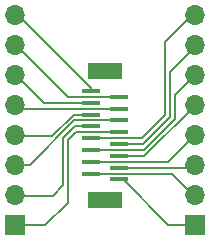
<source format=gtl>
G04 #@! TF.GenerationSoftware,KiCad,Pcbnew,6.0.8+dfsg-1~bpo11+1*
G04 #@! TF.CreationDate,2023-08-01T09:03:40-04:00*
G04 #@! TF.ProjectId,fpc_1x16_conn_breakout,6670635f-3178-4313-965f-636f6e6e5f62,rev?*
G04 #@! TF.SameCoordinates,Original*
G04 #@! TF.FileFunction,Copper,L1,Top*
G04 #@! TF.FilePolarity,Positive*
%FSLAX46Y46*%
G04 Gerber Fmt 4.6, Leading zero omitted, Abs format (unit mm)*
G04 Created by KiCad (PCBNEW 6.0.8+dfsg-1~bpo11+1) date 2023-08-01 09:03:40*
%MOMM*%
%LPD*%
G01*
G04 APERTURE LIST*
G04 #@! TA.AperFunction,SMDPad,CuDef*
%ADD10R,1.600000X0.400000*%
G04 #@! TD*
G04 #@! TA.AperFunction,SMDPad,CuDef*
%ADD11R,2.900000X1.400000*%
G04 #@! TD*
G04 #@! TA.AperFunction,ComponentPad*
%ADD12R,1.700000X1.700000*%
G04 #@! TD*
G04 #@! TA.AperFunction,ComponentPad*
%ADD13O,1.700000X1.700000*%
G04 #@! TD*
G04 #@! TA.AperFunction,Conductor*
%ADD14C,0.200000*%
G04 #@! TD*
G04 APERTURE END LIST*
D10*
X173920000Y-92650000D03*
X171520000Y-92150000D03*
X173920000Y-91650000D03*
X171520000Y-91150000D03*
X173920000Y-90650000D03*
X171520000Y-90150000D03*
X173920000Y-89650000D03*
X171520000Y-89150000D03*
X173920000Y-88650000D03*
X171520000Y-88150000D03*
X173920000Y-87650000D03*
X171520000Y-87150000D03*
X173920000Y-86650000D03*
X171520000Y-86150000D03*
X173920000Y-85650000D03*
X171520000Y-85150000D03*
D11*
X172720000Y-94350000D03*
X172720000Y-83450000D03*
D12*
X165100000Y-96520000D03*
D13*
X165100000Y-93980000D03*
X165100000Y-91440000D03*
X165100000Y-88900000D03*
X165100000Y-86360000D03*
X165100000Y-83820000D03*
X165100000Y-81280000D03*
X165100000Y-78740000D03*
D12*
X180340000Y-96520000D03*
D13*
X180340000Y-93980000D03*
X180340000Y-91440000D03*
X180340000Y-88900000D03*
X180340000Y-86360000D03*
X180340000Y-83820000D03*
X180340000Y-81280000D03*
X180340000Y-78740000D03*
D14*
X171520000Y-85150000D02*
X171520000Y-84895000D01*
X171520000Y-84895000D02*
X165125000Y-78500000D01*
X173920000Y-85650000D02*
X169550000Y-85650000D01*
X169550000Y-85650000D02*
X165175000Y-81275000D01*
X171520000Y-86150000D02*
X167575000Y-86150000D01*
X167575000Y-86150000D02*
X165300000Y-83875000D01*
X173920000Y-86650000D02*
X165350000Y-86650000D01*
X165350000Y-86650000D02*
X165100000Y-86400000D01*
X171520000Y-87150000D02*
X170052942Y-87150000D01*
X170052942Y-87150000D02*
X168202942Y-89000000D01*
X168202942Y-89000000D02*
X165025000Y-89000000D01*
X173920000Y-87650000D02*
X170118628Y-87650000D01*
X170118628Y-87650000D02*
X166368628Y-91400000D01*
X166368628Y-91400000D02*
X165050000Y-91400000D01*
X171520000Y-88150000D02*
X170184314Y-88150000D01*
X168275000Y-94050000D02*
X165225000Y-94050000D01*
X170184314Y-88150000D02*
X169175000Y-89159315D01*
X169175000Y-89159315D02*
X169175000Y-93150000D01*
X169175000Y-93150000D02*
X168275000Y-94050000D01*
X173920000Y-88650000D02*
X170250000Y-88650000D01*
X170250000Y-88650000D02*
X169575000Y-89325000D01*
X169575000Y-89325000D02*
X169575000Y-94600000D01*
X169575000Y-94600000D02*
X167650000Y-96525000D01*
X167650000Y-96525000D02*
X165350000Y-96525000D01*
X171520000Y-89150000D02*
X175852942Y-89150000D01*
X175852942Y-89150000D02*
X177825000Y-87177942D01*
X177825000Y-87177942D02*
X177825000Y-81000000D01*
X177825000Y-81000000D02*
X180250000Y-78575000D01*
X173920000Y-89650000D02*
X175918628Y-89650000D01*
X175918628Y-89650000D02*
X178225000Y-87343628D01*
X178225000Y-87343628D02*
X178225000Y-83575000D01*
X178225000Y-83575000D02*
X180425000Y-81375000D01*
X171520000Y-90150000D02*
X175984314Y-90150000D01*
X175984314Y-90150000D02*
X178625000Y-87509314D01*
X178625000Y-87509314D02*
X178625000Y-85525000D01*
X178625000Y-85525000D02*
X180350000Y-83800000D01*
X173920000Y-90650000D02*
X176050000Y-90650000D01*
X176050000Y-90650000D02*
X180300000Y-86400000D01*
X171520000Y-91150000D02*
X178050000Y-91150000D01*
X178050000Y-91150000D02*
X180175000Y-89025000D01*
X173920000Y-91650000D02*
X180400000Y-91650000D01*
X171520000Y-92150000D02*
X178350000Y-92150000D01*
X178350000Y-92150000D02*
X180300000Y-94100000D01*
X178075000Y-96475000D02*
X180350000Y-96475000D01*
X173920000Y-92650000D02*
X174250000Y-92650000D01*
X174250000Y-92650000D02*
X178075000Y-96475000D01*
M02*

</source>
